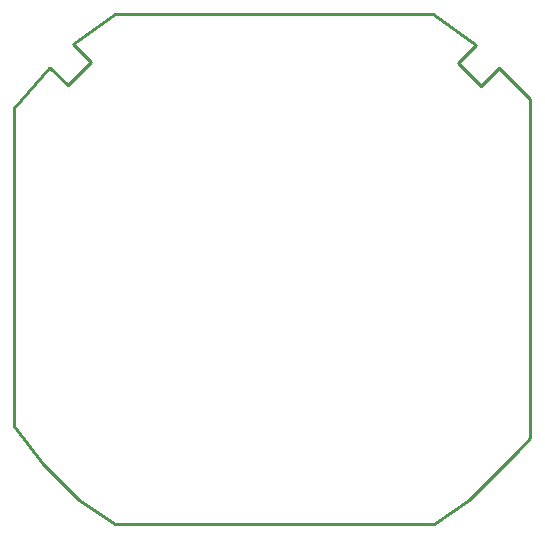
<source format=gm1>
G04 #@! TF.GenerationSoftware,KiCad,Pcbnew,5.1.5-52549c5~84~ubuntu18.04.1*
G04 #@! TF.CreationDate,2020-02-14T10:24:02+02:00*
G04 #@! TF.ProjectId,Touch_Switch_2ch,546f7563-685f-4537-9769-7463685f3263,rev?*
G04 #@! TF.SameCoordinates,Original*
G04 #@! TF.FileFunction,Profile,NP*
%FSLAX46Y46*%
G04 Gerber Fmt 4.6, Leading zero omitted, Abs format (unit mm)*
G04 Created by KiCad (PCBNEW 5.1.5-52549c5~84~ubuntu18.04.1) date 2020-02-14 10:24:02*
%MOMM*%
%LPD*%
G04 APERTURE LIST*
%ADD10C,0.254000*%
G04 APERTURE END LIST*
D10*
X71247000Y-40894000D02*
X74168000Y-37465000D01*
X74168000Y-37465000D02*
X74295000Y-37465000D01*
X74295000Y-37465000D02*
X75756000Y-38926000D01*
X75756000Y-38926000D02*
X77724000Y-36957000D01*
X77724000Y-36957000D02*
X76200000Y-35433000D01*
X76200000Y-35433000D02*
X79756000Y-32893000D01*
X79756000Y-32893000D02*
X106680000Y-32893000D01*
X106680000Y-32893000D02*
X110363000Y-35560000D01*
X110363000Y-35560000D02*
X108839000Y-37084000D01*
X108839000Y-37084000D02*
X110744000Y-38989000D01*
X110744000Y-38989000D02*
X112268000Y-37465000D01*
X112268000Y-37465000D02*
X114935000Y-40132000D01*
X114935000Y-40132000D02*
X114935000Y-68834000D01*
X114935000Y-68834000D02*
X113792000Y-69977000D01*
X113792000Y-69977000D02*
X109728000Y-74041000D01*
X109728000Y-74041000D02*
X106807000Y-76073000D01*
X106807000Y-76073000D02*
X79756000Y-76073000D01*
X79756000Y-76073000D02*
X76708000Y-74041000D01*
X76708000Y-74041000D02*
X73660000Y-70993000D01*
X73660000Y-70993000D02*
X71247000Y-67818000D01*
X71247000Y-67818000D02*
X71247000Y-40894000D01*
M02*

</source>
